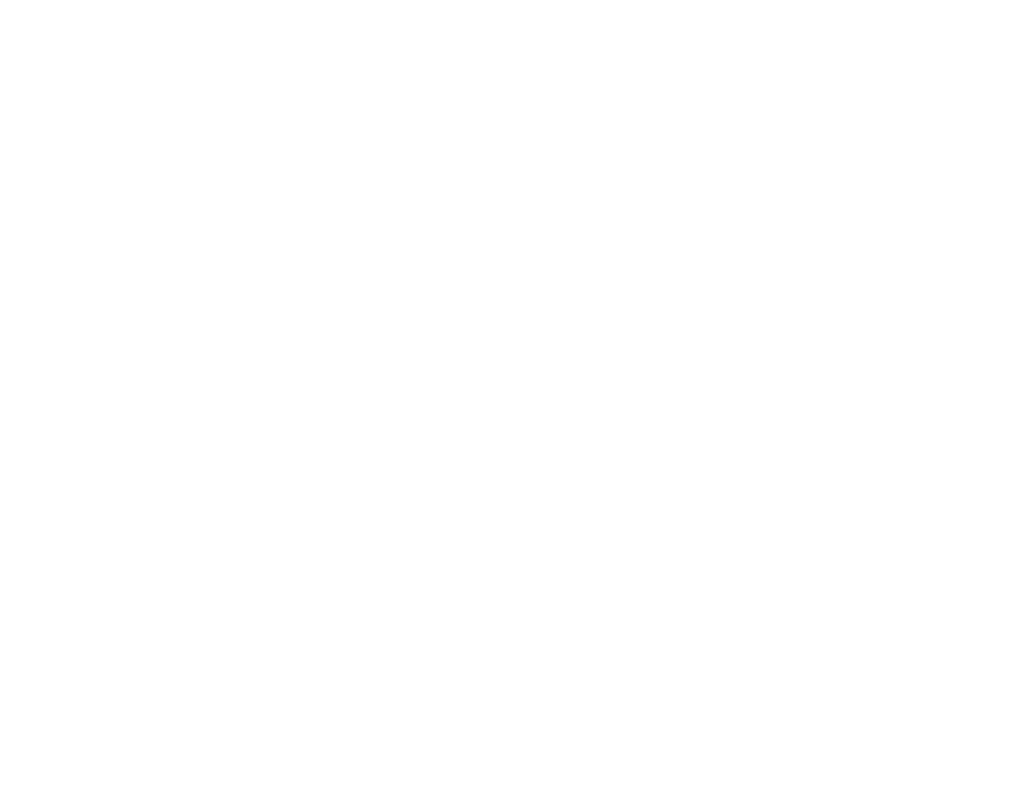
<source format=kicad_pcb>
(kicad_pcb (version 20171130) (host pcbnew "(5.0.1)-4")

  (general
    (thickness 1.6)
    (drawings 12)
    (tracks 0)
    (zones 0)
    (modules 0)
    (nets 1)
  )

  (page A4)
  (layers
    (0 F.Cu signal)
    (31 B.Cu signal)
    (32 B.Adhes user)
    (33 F.Adhes user)
    (34 B.Paste user)
    (35 F.Paste user)
    (36 B.SilkS user)
    (37 F.SilkS user)
    (38 B.Mask user)
    (39 F.Mask user)
    (40 Dwgs.User user)
    (41 Cmts.User user)
    (42 Eco1.User user)
    (43 Eco2.User user)
    (44 Edge.Cuts user)
    (45 Margin user)
    (46 B.CrtYd user)
    (47 F.CrtYd user)
    (48 B.Fab user)
    (49 F.Fab user)
  )

  (setup
    (last_trace_width 0.25)
    (trace_clearance 0.2)
    (zone_clearance 0.508)
    (zone_45_only no)
    (trace_min 0.2)
    (segment_width 0.3)
    (edge_width 0.2)
    (via_size 0.8)
    (via_drill 0.4)
    (via_min_size 0.4)
    (via_min_drill 0.3)
    (uvia_size 0.3)
    (uvia_drill 0.1)
    (uvias_allowed no)
    (uvia_min_size 0.2)
    (uvia_min_drill 0.1)
    (pcb_text_width 0.3)
    (pcb_text_size 1.5 1.5)
    (mod_edge_width 0.15)
    (mod_text_size 1 1)
    (mod_text_width 0.15)
    (pad_size 1.524 1.524)
    (pad_drill 0.762)
    (pad_to_mask_clearance 0.051)
    (solder_mask_min_width 0.25)
    (aux_axis_origin 0 0)
    (visible_elements 7FFFFFFF)
    (pcbplotparams
      (layerselection 0x010f0_ffffffff)
      (usegerberextensions false)
      (usegerberattributes false)
      (usegerberadvancedattributes false)
      (creategerberjobfile false)
      (excludeedgelayer true)
      (linewidth 0.100000)
      (plotframeref false)
      (viasonmask false)
      (mode 1)
      (useauxorigin false)
      (hpglpennumber 1)
      (hpglpenspeed 20)
      (hpglpendiameter 15.000000)
      (psnegative false)
      (psa4output false)
      (plotreference true)
      (plotvalue true)
      (plotinvisibletext false)
      (padsonsilk false)
      (subtractmaskfromsilk false)
      (outputformat 1)
      (mirror false)
      (drillshape 0)
      (scaleselection 1)
      (outputdirectory ""))
  )

  (net 0 "")

  (net_class Default "This is the default net class."
    (clearance 0.2)
    (trace_width 0.25)
    (via_dia 0.8)
    (via_drill 0.4)
    (uvia_dia 0.3)
    (uvia_drill 0.1)
  )

  (gr_circle (center 43.05 3) (end 44.65 3.05) (layer Eco2.User) (width 0.2) (tstamp 5DB23E58))
  (gr_circle (center 43.05 36.65) (end 44.65 36.7) (layer Eco2.User) (width 0.2) (tstamp 5DB23E52))
  (gr_circle (center 7.5 36.65) (end 9.1 36.7) (layer Eco2.User) (width 0.2) (tstamp 5DB23E4C))
  (gr_circle (center 7.5 3) (end 9.1 3.05) (layer Eco2.User) (width 0.2))
  (gr_circle (center 40.75 19.75) (end 46.75 19.6) (layer Eco2.User) (width 0.2))
  (gr_circle (center 20.8 19.65) (end 24.3 19.65) (layer Eco2.User) (width 0.2))
  (gr_circle (center 5.95 25.75) (end 9.1 25.75) (layer Eco2.User) (width 0.2) (tstamp 5DB23C56))
  (gr_circle (center 5.95 13.6) (end 9.1 13.6) (layer Eco2.User) (width 0.2))
  (gr_line (start 50.5 0) (end 50.5 39.65) (layer Eco2.User) (width 0.2))
  (gr_line (start 0 0) (end 50.5 0) (layer Eco2.User) (width 0.2))
  (gr_line (start 0 39.65) (end 50.5 39.65) (layer Eco2.User) (width 0.2))
  (gr_line (start 0 0) (end 0 39.65) (layer Eco2.User) (width 0.2))

)

</source>
